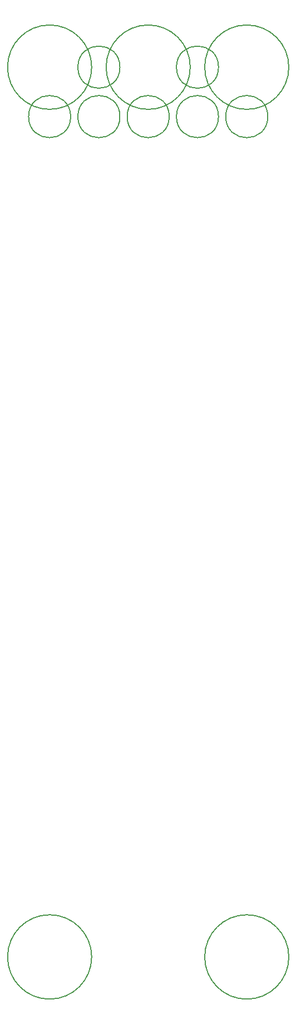
<source format=gbr>
%TF.GenerationSoftware,KiCad,Pcbnew,7.0.6-7.0.6~ubuntu22.04.1*%
%TF.CreationDate,2023-08-02T18:39:05+01:00*%
%TF.ProjectId,working,776f726b-696e-4672-9e6b-696361645f70,rev?*%
%TF.SameCoordinates,Original*%
%TF.FileFunction,Other,Comment*%
%FSLAX46Y46*%
G04 Gerber Fmt 4.6, Leading zero omitted, Abs format (unit mm)*
G04 Created by KiCad (PCBNEW 7.0.6-7.0.6~ubuntu22.04.1) date 2023-08-02 18:39:05*
%MOMM*%
%LPD*%
G01*
G04 APERTURE LIST*
%ADD10C,0.150000*%
G04 APERTURE END LIST*
D10*
%TO.C,H13*%
X10700000Y60000000D02*
G75*
G03*
X10700000Y60000000I-3200000J0D01*
G01*
%TO.C,H2*%
X21400000Y-67500000D02*
G75*
G03*
X21400000Y-67500000I-6400000J0D01*
G01*
%TO.C,H12*%
X3200000Y60000000D02*
G75*
G03*
X3200000Y60000000I-3200000J0D01*
G01*
%TO.C,H5*%
X21400000Y67500000D02*
G75*
G03*
X21400000Y67500000I-6400000J0D01*
G01*
%TO.C,H4*%
X6400000Y67500000D02*
G75*
G03*
X6400000Y67500000I-6400000J0D01*
G01*
%TO.C,H10*%
X-11800000Y60000000D02*
G75*
G03*
X-11800000Y60000000I-3200000J0D01*
G01*
%TO.C,H1*%
X-8600000Y-67500000D02*
G75*
G03*
X-8600000Y-67500000I-6400000J0D01*
G01*
%TO.C,H3*%
X-8600000Y67500000D02*
G75*
G03*
X-8600000Y67500000I-6400000J0D01*
G01*
%TO.C,H14*%
X18200000Y60000000D02*
G75*
G03*
X18200000Y60000000I-3200000J0D01*
G01*
%TO.C,H15*%
X-4300000Y67500000D02*
G75*
G03*
X-4300000Y67500000I-3200000J0D01*
G01*
%TO.C,H16*%
X10700000Y67500000D02*
G75*
G03*
X10700000Y67500000I-3200000J0D01*
G01*
%TO.C,H11*%
X-4300000Y60000000D02*
G75*
G03*
X-4300000Y60000000I-3200000J0D01*
G01*
%TD*%
M02*

</source>
